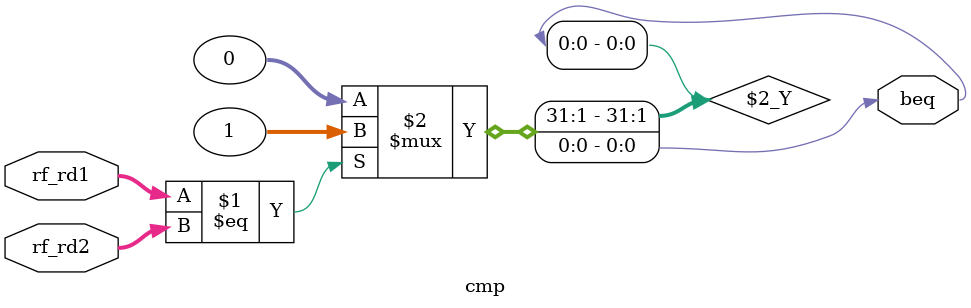
<source format=v>
`timescale 1ns / 1ps
module cmp(
	input [31:0] rf_rd1,
	input [31:0] rf_rd2,
	output beq
    );
	assign beq=
	(rf_rd1 == rf_rd2)?1:0;


endmodule

</source>
